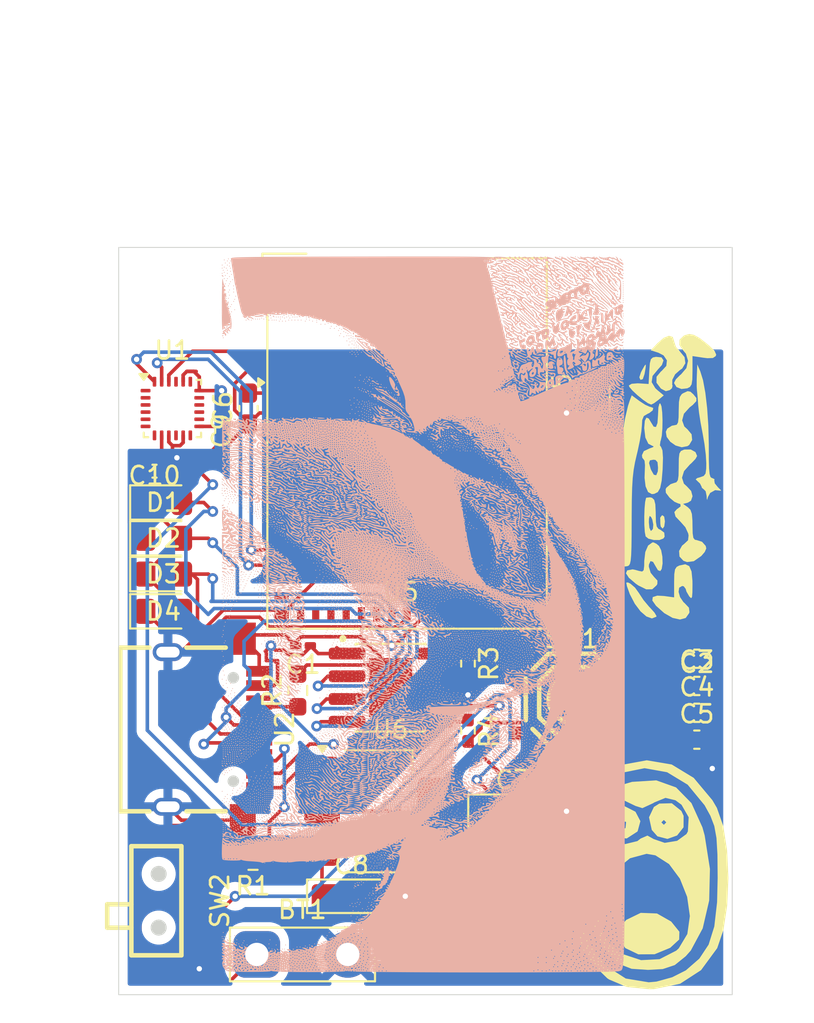
<source format=kicad_pcb>
(kicad_pcb (version 20240108) (generator "pcbnew") (generator_version "8.0")
  (layers (0 "F.Cu" signal) (31 "B.Cu" signal) (34 "B.Paste" user) (35 "F.Paste" user) (36 "B.SilkS" user "B.Silkscreen") (37 "F.SilkS" user "F.Silkscreen") (38 "B.Mask" user) (39 "F.Mask" user) (44 "Edge.Cuts" user))
  (net 0 "")
  (net 1 "Net-(BT1-+)")
  (net 3 "GND")
  (net 4 "Bat+")
  (net 5 "SDA")
  (net 9 "Net-(U1-VDDIO)")
  (net 11 "+3.3V")
  (net 14 "SCL")
  (net 23 "Net-(U1-VDD)")
  (net 25 "+5V")
  (net 26 "D+")
  (net 32 "Net-(U5-EN)")
  (net 41 "D-")
  (net 64 "VBUS")
  (net 65 "Net-(U6-KEY)")
  (net 66 "Net-(U6-SW)")
  (net 67 "Net-(D1-K)")
  (net 68 "Net-(D1-A)")
  (net 69 "Net-(D3-A)")
  (net 70 "Net-(U2-CC2)")
  (net 71 "Net-(U2-CC1)")
  (net 74 "Net-(SW1-A)")
  (footprint "ProLib_pcs_2025-02-08:SW-SMD_4P-L5.1-W5.1-P3.70-LS6.5-TL_H1.5" (layer "F.Cu") (at 208.525 84.75)
    (property "Reference" "SW1")
    (property "Value" "~")
  )
  (footprint "Capacitor_SMD:C_0603_1608Metric_Pad1.08x0.95mm_HandSolder" (layer "F.Cu") (at 215.525 87)
    (property "Reference" "C5")
    (property "Value" "C - 22uF" (hide yes))
  )
  (footprint "Capacitor_Tantalum_SMD:CP_EIA-3216-18_Kemet-A_Pad1.58x1.35mm_HandSolder" (layer "F.Cu") (at 196.25 95.75)
    (property "Reference" "C8")
    (property "Value" "C_Polarized - 10uF Tantalum")
  )
  (footprint "LED_SMD:LED_0805_2012Metric_Pad1.15x1.40mm_HandSolder" (layer "F.Cu") (at 185.75 79.83)
    (property "Reference" "D4")
    (property "Value" "LED" (hide yes))
  )
  (footprint "ProLib_pcs_2025-02-08:USB-C-SMD_YTC-TC16S-24" (layer "F.Cu") (at 188.5475 86.43 -90)
    (property "Reference" "U2")
    (property "Value" "~")
    (fp_poly (pts (xy -2.565 -1.102) (xy -2.5846 -1.213157) (xy -2.641036 -1.310906) (xy -2.7275 -1.383458) (xy -2.833564 -1.422063) (xy -2.946436 -1.422063) (xy -3.0525 -1.383458) (xy -3.138964 -1.310906) (xy -3.1954 -1.213157) (xy -3.215 -1.102) (xy -3.1954 -0.990843) (xy -3.138964 -0.893094) (xy -3.0525 -0.820542) (xy -2.946436 -0.781937) (xy -2.833564 -0.781937) (xy -2.7275 -0.820542) (xy -2.641036 -0.893094) (xy -2.5846 -0.990843)) (fill solid) (layer "Edge.Cuts"))
    (fp_poly (pts (xy 3.215 -1.1025) (xy 3.1954 -1.213657) (xy 3.138964 -1.311406) (xy 3.0525 -1.383958) (xy 2.946436 -1.422563) (xy 2.833564 -1.422563) (xy 2.7275 -1.383958) (xy 2.641036 -1.311406) (xy 2.5846 -1.213657) (xy 2.565 -1.1025) (xy 2.5846 -0.991343) (xy 2.641036 -0.893594) (xy 2.7275 -0.821042) (xy 2.833564 -0.782437) (xy 2.946436 -0.782437) (xy 3.0525 -0.821042) (xy 3.138964 -0.893594) (xy 3.1954 -0.991343)) (fill solid) (layer "Edge.Cuts"))
  )
  (footprint "TestPoint:TestPoint_2Pads_Pitch5.08mm_Drill1.3mm" (layer "F.Cu") (at 190.96 99)
    (property "Reference" "BT1")
    (property "Value" "Battery_Cell")
  )
  (footprint "Resistor_SMD:R_0402_1005Metric_Pad0.72x0.64mm_HandSolder" (layer "F.Cu") (at 202.75 82.75 -90)
    (property "Reference" "R3")
    (property "Value" "R - 100kΩ")
  )
  (footprint "IP5306:SOIC9P127_490X600X170L84X42T330X241N" (layer "F.Cu") (at 198.43 84.095)
    (property "Reference" "U6")
    (property "Value" "IP5306")
  )
  (footprint "Capacitor_SMD:C_0402_1005Metric_Pad0.74x0.62mm_HandSolder" (layer "F.Cu") (at 189 69.75 90)
    (property "Reference" "C9")
    (property "Value" "C - 0.1µF")
  )
  (footprint "RF_Module:ESP32-S2-MINI-1" (layer "F.Cu") (at 199.35 70.45)
    (property "Reference" "U5")
    (property "Value" "ESP32-S3-MINI-1")
  )
  (footprint "Capacitor_SMD:C_0402_1005Metric_Pad0.74x0.62mm_HandSolder" (layer "F.Cu") (at 185.25 72)
    (property "Reference" "C10")
    (property "Value" "C - 0.1µF")
  )
  (footprint "Resistor_SMD:R_0603_1608Metric_Pad0.98x0.95mm_HandSolder" (layer "F.Cu") (at 190.75 93.75 180)
    (property "Reference" "R1")
    (property "Value" "R - 5.1kΩ")
  )
  (footprint "Resistor_SMD:R_0603_1608Metric_Pad0.98x0.95mm_HandSolder" (layer "F.Cu") (at 193.25 84.25 90)
    (property "Reference" "R2")
    (property "Value" "R - 5.1kΩ")
  )
  (footprint "Sensor_Motion:InvenSense_QFN-24_3x3mm_P0.4mm" (layer "F.Cu") (at 186.25 68.5)
    (property "Reference" "U1")
    (property "Value" "ICM-20948")
  )
  (footprint "ProLib_pcs_2025-02-07:SW-SMD_3P-P1.50_L2.7-W6.6" (layer "F.Cu") (at 185.941 96 -90)
    (property "Reference" "SW2")
    (property "Value" "~")
    (fp_poly (pts (xy -1.05 0.459) (xy -1.068228 0.33222) (xy -1.121436 0.215712) (xy -1.205313 0.118913) (xy -1.313063 0.049666) (xy -1.435958 0.01358) (xy -1.564042 0.01358) (xy -1.686937 0.049666) (xy -1.794687 0.118913) (xy -1.878564 0.215712) (xy -1.931772 0.33222) (xy -1.95 0.459) (xy -1.931772 0.58578) (xy -1.878564 0.702288) (xy -1.794687 0.799087) (xy -1.686937 0.868334) (xy -1.564042 0.90442) (xy -1.435958 0.90442) (xy -1.313063 0.868334) (xy -1.205313 0.799087) (xy -1.121436 0.702288) (xy -1.068228 0.58578)) (fill solid) (layer "Edge.Cuts"))
    (fp_poly (pts (xy 1.95 0.459) (xy 1.931772 0.33222) (xy 1.878564 0.215712) (xy 1.794687 0.118913) (xy 1.686937 0.049666) (xy 1.564042 0.01358) (xy 1.435958 0.01358) (xy 1.313063 0.049666) (xy 1.205313 0.118913) (xy 1.121436 0.215712) (xy 1.068228 0.33222) (xy 1.05 0.459) (xy 1.068228 0.58578) (xy 1.121436 0.702288) (xy 1.205313 0.799087) (xy 1.313063 0.868334) (xy 1.435958 0.90442) (xy 1.564042 0.90442) (xy 1.686937 0.868334) (xy 1.794687 0.799087) (xy 1.878564 0.702288) (xy 1.931772 0.58578)) (fill solid) (layer "Edge.Cuts"))
  )
  (footprint "Resistor_SMD:R_1206_3216Metric_Pad1.30x1.75mm_HandSolder" (layer "F.Cu") (at 209.75 68 -90)
    (property "Reference" "R5")
    (property "Value" "R - 10kΩ")
  )
  (footprint "Capacitor_SMD:C_0603_1608Metric_Pad1.08x0.95mm_HandSolder" (layer "F.Cu") (at 215.525 84)
    (property "Reference" "C3")
    (property "Value" "C - 22uF" (hide yes))
  )
  (footprint "Capacitor_Tantalum_SMD:CP_EIA-3216-18_Kemet-A_Pad1.58x1.35mm_HandSolder" (layer "F.Cu") (at 205.25 91)
    (property "Reference" "C7")
    (property "Value" "C_Polarized -  10uF -  Tantalum Covers")
  )
  (footprint "LED_SMD:LED_0805_2012Metric_Pad1.15x1.40mm_HandSolder" (layer "F.Cu") (at 185.75 73.75)
    (property "Reference" "D1")
    (property "Value" "LED" (hide yes))
  )
  (footprint "LED_SMD:LED_0805_2012Metric_Pad1.15x1.40mm_HandSolder" (layer "F.Cu") (at 185.75 75.75)
    (property "Reference" "D2")
    (property "Value" "LED" (hide yes))
  )
  (footprint "LOGO" (layer "F.Cu") (at 214 72 90)
    (property "Reference" "G***" (hide yes))
    (property "Value" "LOGO" (hide yes))
  )
  (footprint "Capacitor_SMD:C_0201_0603Metric_Pad0.64x0.40mm_HandSolder" (layer "F.Cu") (at 193.542038 81.75 180)
    (property "Reference" "C1")
    (property "Value" "C - 10uF")
  )
  (footprint "LOGO" (layer "F.Cu") (at 213 95)
    (property "Reference" "G***" (hide yes))
    (property "Value" "LOGO" (hide yes))
  )
  (footprint "Capacitor_SMD:C_0603_1608Metric_Pad1.08x0.95mm_HandSolder" (layer "F.Cu") (at 215.525 85.5)
    (property "Reference" "C4")
    (property "Value" "C - 22uF" (hide yes))
  )
  (footprint "Capacitor_SMD:C_0603_1608Metric_Pad1.08x0.95mm_HandSolder" (layer "F.Cu") (at 190.5 68.5 90)
    (property "Reference" "C6")
    (property "Value" "C - 22uF")
  )
  (footprint "LED_SMD:LED_0805_2012Metric_Pad1.15x1.40mm_HandSolder" (layer "F.Cu") (at 185.75 77.75)
    (property "Reference" "D3")
    (property "Value" "LED" (hide yes))
  )
  (footprint "Capacitor_SMD:C_0603_1608Metric_Pad1.08x0.95mm_HandSolder" (layer "F.Cu") (at 215.525 82.48)
    (property "Reference" "C2")
    (property "Value" "C - 22uF" (hide yes))
  )
  (footprint "Package_TO_SOT_SMD:SOT-223-3_TabPin2" (layer "F.Cu") (at 197.75 91)
    (property "Reference" "U4")
    (property "Value" "AMS1117-3.3")
  )
  (footprint "Resistor_SMD:R_0402_1005Metric_Pad0.72x0.64mm_HandSolder" (layer "F.Cu") (at 202.75 86.5 -90)
    (property "Reference" "R4")
    (property "Value" "R - 100kΩ")
  )
  (footprint "LOGO" (layer "B.Cu") (at 200.25 80 90)
    (property "Reference" "G***" (hide yes))
    (property "Value" "LOGO" (hide yes))
  )
  (gr_rect (start 183.25 59.5) (end 217.5 101.25) (stroke (width 0.05)) (fill none) (layer "Edge.Cuts"))
  (segment (start 187.5 93.75) (end 187.5 94.45) (width 0.2) (layer "F.Cu") (net 1))
  (segment (start 184.43658 98.40458) (end 185.782 99.75) (width 0.2) (layer "F.Cu") (net 1))
  (segment (start 184.43658 97.062116) (end 184.43658 98.40458) (width 0.2) (layer "F.Cu") (net 1))
  (segment (start 186.031348 95.467348) (end 184.43658 97.062116) (width 0.2) (layer "F.Cu") (net 1))
  (segment (start 185.782 99.75) (end 185.782 100.6) (width 0.2) (layer "F.Cu") (net 1))
  (segment (start 186.482652 95.467348) (end 186.031348 95.467348) (width 0.2) (layer "F.Cu") (net 1))
  (segment (start 189.36 100.6) (end 190.96 99) (width 0.2) (layer "F.Cu") (net 1))
  (segment (start 185.782 100.6) (end 189.36 100.6) (width 0.2) (layer "F.Cu") (net 1))
  (segment (start 187.5 94.45) (end 186.482652 95.467348) (width 0.2) (layer "F.Cu") (net 1))
  (segment (start 191.095 89.68) (end 192.32 89.68) (width 0.2) (layer "F.Cu") (net 3))
  (segment (start 193.434539 81.25) (end 196.739816 81.25) (width 0.2) (layer "F.Cu") (net 3))
  (segment (start 189.084314 79.76) (end 186.734314 82.11) (width 0.2) (layer "F.Cu") (net 3))
  (segment (start 186.675 70.575) (end 186.85 70.4) (width 0.2) (layer "F.Cu") (net 3))
  (segment (start 187.75 67.5) (end 189 67.5) (width 0.2) (layer "F.Cu") (net 3))
  (segment (start 197.6875 95.75) (end 199.25 95.75) (width 0.2) (layer "F.Cu") (net 3))
  (segment (start 192.35 80) (end 192.25 80) (width 0.2) (layer "F.Cu") (net 3))
  (segment (start 186.25364 71.00364) (end 186.5 71.25) (width 0.2) (layer "F.Cu") (net 3))
  (segment (start 187.05364 66.425) (end 187.575 66.425) (width 0.2) (layer "F.Cu") (net 3))
  (segment (start 190.18 81.36) (end 191.095 82.275) (width 0.2) (layer "F.Cu") (net 3))
  (segment (start 193.134538 81.75) (end 192.534538 81.15) (width 0.2) (layer "F.Cu") (net 3))
  (segment (start 206.35 68.75) (end 206.15 68.75) (width 0.2) (layer "F.Cu") (net 3))
  (segment (start 206.15 68.75) (end 205.65 68.25) (width 0.2) (layer "F.Cu") (net 3))
  (segment (start 193.25 83.3375) (end 193.7575 82.83) (width 0.2) (layer "F.Cu") (net 3))
  (segment (start 197.165 82.83) (end 198.43 84.095) (width 0.2) (layer "F.Cu") (net 3))
  (segment (start 216.3875 88.6125) (end 216.3875 87.75) (width 0.2) (layer "F.Cu") (net 3))
  (segment (start 197.6875 97.3525) (end 197.6875 95.75) (width 0.2) (layer "F.Cu") (net 3))
  (segment (start 216.3625 87.775) (end 216.3875 87.75) (width 0.2) (layer "F.Cu") (net 3))
  (segment (start 196.739816 81.25) (end 198.43 82.940184) (width 0.2) (layer "F.Cu") (net 3))
  (segment (start 186.734314 82.11) (end 186 82.11) (width 0.2) (layer "F.Cu") (net 3))
  (segment (start 184.03658 92.54542) (end 184.382 92.2) (width 0.2) (layer "F.Cu") (net 3))
  (segment (start 202.75 83.3475) (end 202.75 84.5) (width 0.2) (layer "F.Cu") (net 3))
  (segment (start 207.5125 88.6125) (end 216.3875 88.6125) (width 0.2) (layer "F.Cu") (net 3))
  (segment (start 205.525 86.625) (end 207.5125 88.6125) (width 0.2) (layer "F.Cu") (net 3))
  (segment (start 191.7625 67.6375) (end 192.35 67.05) (width 0.2) (layer "F.Cu") (net 3))
  (segment (start 184.382 99.8) (end 184.03658 99.45458) (width 0.2) (layer "F.Cu") (net 3))
  (segment (start 186 90.75) (end 186 91.618) (width 0.2) (layer "F.Cu") (net 3))
  (segment (start 201 71.2) (end 205.725 66.475) (width 0.2) (layer "F.Cu") (net 3))
  (segment (start 192.01 79.76) (end 189.084314 79.76) (width 0.2) (layer "F.Cu") (net 3))
  (segment (start 201 74.65) (end 201 71.35) (width 0.2) (layer "F.Cu") (net 3))
  (segment (start 184.382 92.2) (end 186.582 92.2) (width 0.2) (layer "F.Cu") (net 3))
  (segment (start 191.095 90.585) (end 191.095 89.68) (width 0.2) (layer "F.Cu") (net 3))
  (segment (start 197.7 71.35) (end 197.7 74.65) (width 0.2) (layer "F.Cu") (net 3))
  (segment (start 205.725 66.475) (end 206.2 66) (width 0.2) (layer "F.Cu") (net 3))
  (segment (start 190.18 91.5) (end 186.75 91.5) (width 0.2) (layer "F.Cu") (net 3))
  (segment (start 216.3875 87.75) (end 216.3875 87) (width 0.2) (layer "F.Cu") (net 3))
  (segment (start 184.03658 99.45458) (end 184.03658 92.54542) (width 0.2) (layer "F.Cu") (net 3))
  (segment (start 206.6875 91) (end 208.25 91) (width 0.2) (layer "F.Cu") (net 3))
  (segment (start 186.85 70.4) (end 186.85 70) (width 0.2) (layer "F.Cu") (net 3))
  (segment (start 192.35 67.05) (end 192.35 67.5) (width 0.2) (layer "F.Cu") (net 3))
  (segment (start 186.25364 70.575) (end 186.25364 71.00364) (width 0.2) (layer "F.Cu") (net 3))
  (segment (start 189.8375 91.8425) (end 190.18 91.5) (width 0.2) (layer "F.Cu") (net 3))
  (segment (start 201 71.35) (end 201 71.2) (width 0.2) (layer "F.Cu") (net 3))
  (segment (start 206.35 68.75) (end 208.25 68.75) (width 0.2) (layer "F.Cu") (net 3))
  (segment (start 190.5 67.6375) (end 191.7625 67.6375) (width 0.2) (layer "F.Cu") (net 3))
  (segment (start 198.43 85.945) (end 195.675 88.7) (width 0.2) (layer "F.Cu") (net 3))
  (segment (start 187.75 99.8) (end 186.582 99.8) (width 0.2) (layer "F.Cu") (net 3))
  (segment (start 193.3 88.7) (end 194.6 88.7) (width 0.2) (layer "F.Cu") (net 3))
  (segment (start 192.35 67.5) (end 192.35 66) (width 0.2) (layer "F.Cu") (net 3))
  (segment (start 186.75 91.5) (end 186 90.75) (width 0.2) (layer "F.Cu") (net 3))
  (segment (start 198.43 82.940184) (end 198.43 84.095) (width 0.2) (layer "F.Cu") (net 3))
  (segment (start 187.75 66.72864) (end 187.44636 66.425) (width 0.2) (layer "F.Cu") (net 3))
  (segment (start 205.65 68.25) (end 205.65 66.55) (width 0.2) (layer "F.Cu") (net 3))
  (segment (start 190.39 81.15) (end 190.18 81.36) (width 0.2) (layer "F.Cu") (net 3))
  (segment (start 191.095 82.275) (end 191.095 83.18) (width 0.2) (layer "F.Cu") (net 3))
  (segment (start 186.25364 70.575) (end 186.675 70.575) (width 0.2) (layer "F.Cu") (net 3))
  (segment (start 187.05364 66.425) (end 186.85 66.62864) (width 0.2) (layer "F.Cu") (net 3))
  (segment (start 187.75 67.5) (end 187.75 66.72864) (width 0.2) (layer "F.Cu") (net 3))
  (segment (start 193.134538 81.550001) (end 193.434539 81.25) (width 0.2) (layer "F.Cu") (net 3))
  (segment (start 186 91.618) (end 186.582 92.2) (width 0.2) (layer "F.Cu") (net 3))
  (segment (start 192.534538 81.15) (end 190.39 81.15) (width 0.2) (layer "F.Cu") (net 3))
  (segment (start 206.2 66) (end 206.35 66) (width 0.2) (layer "F.Cu") (net 3))
  (segment (start 186.85 66.62864) (end 186.85 67) (width 0.2) (layer "F.Cu") (net 3))
  (segment (start 201 71.35) (end 197.7 71.35) (width 0.2) (layer "F.Cu") (net 3))
  (segment (start 192.25 80) (end 192.01 79.76) (width 0.2) (layer "F.Cu") (net 3))
  (segment (start 192.35 80) (end 197.7 74.65) (width 0.2) (layer "F.Cu") (net 3))
  (segment (start 216.3875 82.48) (end 216.3875 87) (width 0.2) (layer "F.Cu") (net 3))
  (segment (start 189.8375 93.75) (end 189.8375 91.8425) (width 0.2) (layer "F.Cu") (net 3))
  (segment (start 196.04 99) (end 197.6875 97.3525) (width 0.2) (layer "F.Cu") (net 3))
  (segment (start 193.7575 82.83) (end 197.165 82.83) (width 0.2) (layer "F.Cu") (net 3))
  (segment (start 197.7 74.65) (end 201 74.65) (width 0.2) (layer "F.Cu") (net 3))
  (segment (start 198.43 84.095) (end 198.43 85.945) (width 0.2) (layer "F.Cu") (net 3))
  (segment (start 186.05 70) (end 186.05 70.37136) (width 0.2) (layer "F.Cu") (net 3))
  (segment (start 192.32 89.68) (end 193.3 88.7) (width 0.2) (layer "F.Cu") (net 3))
  (segment (start 192.35 66) (end 206.35 66) (width 0.2) (layer "F.Cu") (net 3))
  (segment (start 197.7 71.35) (end 192.35 66) (width 0.2) (layer "F.Cu") (net 3))
  (segment (start 201 74.65) (end 206.35 80) (width 0.2) (layer "F.Cu") (net 3))
  (segment (start 187.44636 66.425) (end 187.05364 66.425) (width 0.2) (layer "F.Cu") (net 3))
  (segment (start 199.35 74.65) (end 199.35 71.35) (width 0.2) (layer "F.Cu") (net 3))
  (segment (start 193.134538 81.75) (end 193.134538 81.550001) (width 0.2) (layer "F.Cu") (net 3))
  (segment (start 206.35 69.6) (end 206.35 68.75) (width 0.2) (layer "F.Cu") (net 3))
  (segment (start 192.35 67.5) (end 192.35 67.9) (width 0.2) (layer "F.Cu") (net 3))
  (segment (start 205.65 66.55) (end 205.725 66.475) (width 0.2) (layer "F.Cu") (net 3))
  (segment (start 190.18 91.5) (end 191.095 90.585) (width 0.2) (layer "F.Cu") (net 3))
  (segment (start 195.675 88.7) (end 194.6 88.7) (width 0.2) (layer "F.Cu") (net 3))
  (segment (start 197.7 73) (end 201 73) (width 0.2) (layer "F.Cu") (net 3))
  (segment (start 186.05 70.37136) (end 186.25364 70.575) (width 0.2) (layer "F.Cu") (net 3))
  (via (at 216.3875 88.6125) (size 0.6) (drill 0.3) (layers "F.Cu" "B.Cu") (net 3))
  (via (at 202.75 84.5) (size 0.6) (drill 0.3) (layers "F.Cu" "B.Cu") (net 3))
  (via (at 187.75 99.8) (size 0.6) (drill 0.3) (layers "F.Cu" "B.Cu") (net 3))
  (via (at 199.25 95.75) (size 0.6) (drill 0.3) (layers "F.Cu" "B.Cu") (net 3))
  (via (at 208.25 91) (size 0.6) (drill 0.3) (layers "F.Cu" "B.Cu") (net 3))
  (via (at 189 67.5) (size 0.6) (drill 0.3) (layers "F.Cu" "B.Cu") (net 3))
  (via (at 208.25 68.75) (size 0.6) (drill 0.3) (layers "F.Cu" "B.Cu") (net 3))
  (via (at 186.5 71.25) (size 0.6) (drill 0.3) (layers "F.Cu" "B.Cu") (net 3))
  (segment (start 200.98 85.1) (end 200.61 84.73) (width 0.2) (layer "F.Cu") (net 4))
  (segment (start 200.86 84.73) (end 201.23 85.1) (width 0.2) (layer "F.Cu") (net 4))
  (segment (start 187.5 96.75) (end 188.75 96.75) (width 0.2) (layer "F.Cu") (net 4))
  (segment (start 188.75 96.75) (end 189.75 95.75) (width 0.2) (layer "F.Cu") (net 4))
  (segment (start 201.23 85.1) (end 204.5 85.1) (width 0.2) (layer "F.Cu") (net 4))
  (via (at 189.75 95.75) (size 0.6) (drill 0.3) (layers "F.Cu" "B.Cu") (net 4))
  (via (at 204.5 85.1) (size 0.6) (drill 0.3) (layers "F.Cu" "B.Cu") (net 4))
  (segment (start 189.75 95.75) (end 193.85 95.75) (width 0.2) (layer "B.Cu") (net 4))
  (segment (start 193.85 95.75) (end 204.5 85.1) (width 0.2) (layer "B.Cu") (net 4))
  (segment (start 185.25 67) (end 184.25 66) (width 0.2) (layer "F.Cu") (net 5))
  (segment (start 190.65 76.4) (end 192.35 76.4) (width 0.2) (layer "F.Cu") (net 5))
  (segment (start 184.25 66) (end 184.25 65.75) (width 0.2) (layer "F.Cu") (net 5))
  (via (at 190.65 76.4) (size 0.6) (drill 0.3) (layers "F.Cu" "B.Cu") (net 5))
  (via (at 184.25 65.75) (size 0.6) (drill 0.3) (layers "F.Cu" "B.Cu") (net 5))
  (segment (start 184.25 65.75) (end 184.65 65.35) (width 0.2) (layer "B.Cu") (net 5))
  (segment (start 190.65 67.592892) (end 190.65 76.4) (width 0.2) (layer "B.Cu") (net 5))
  (segment (start 184.65 65.35) (end 188.407108 65.35) (width 0.2) (layer "B.Cu") (net 5))
  (segment (start 188.407108 65.35) (end 190.65 67.592892) (width 0.2) (layer "B.Cu") (net 5))
  (segment (start 185.65 71.0325) (end 184.6825 72) (width 0.2) (layer "F.Cu") (net 9))
  (segment (start 185.65 70) (end 185.65 71.0325) (width 0.2) (layer "F.Cu") (net 9))
  (segment (start 203.8125 91) (end 203.8125 89.8125) (width 0.2) (layer "F.Cu") (net 11))
  (segment (start 187.3175 72) (end 187.53375 71.78375) (width 0.2) (layer "F.Cu") (net 11))
  (segment (start 191.1125 68.75) (end 192.35 68.75) (width 0.2) (layer "F.Cu") (net 11))
  (segment (start 190.5 69.3625) (end 191.1125 68.75) (width 0.2) (layer "F.Cu") (net 11))
  (segment (start 189.725 68.5875) (end 189.725 67.108278) (width 0.2) (layer "F.Cu") (net 11))
  (segment (start 203.8125 89.8125) (end 203.25 89.25) (width 0.2) (layer "F.Cu") (net 11))
  (segment (start 186.05 66.62864) (end 187.37864 65.3) (width 0.2) (layer "F.Cu") (net 11))
  (segment (start 187.53375 71.78375) (end 189 70.3175) (width 0.2) (layer "F.Cu") (net 11))
  (segment (start 185.65 72.2175) (end 185.6825 72.25) (width 0.2) (layer "F.Cu") (net 11))
  (segment (start 189 70.3175) (end 189.545 70.3175) (width 0.2) (layer "F.Cu") (net 11))
  (segment (start 200.9 91) (end 203.8125 91) (width 0.2) (layer "F.Cu") (net 11))
  (segment (start 208.6 65.3) (end 209.75 66.45) (width 0.2) (layer "F.Cu") (net 11))
  (segment (start 190.5 69.3625) (end 189.725 68.5875) (width 0.2) (layer "F.Cu") (net 11))
  (segment (start 187.37864 65.3) (end 208.6 65.3) (width 0.2) (layer "F.Cu") (net 11))
  (segment (start 187.53375 71.78375) (end 188.5 72.75) (width 0.2) (layer "F.Cu") (net 11))
  (segment (start 189.545 70.3175) (end 190.5 69.3625) (width 0.2) (layer "F.Cu") (net 11))
  (segment (start 189.725 67.108278) (end 191.533278 65.3) (width 0.2) (layer "F.Cu") (net 11))
  (segment (start 194.6 91) (end 200.9 91) (width 0.2) (layer "F.Cu") (net 11))
  (segment (start 185.8175 72) (end 187.3175 72) (width 0.2) (layer "F.Cu") (net 11))
  (segment (start 186.05 67) (end 186.05 66.62864) (width 0.2) (layer "F.Cu") (net 11))
  (via (at 203.25 89.25) (size 0.6) (drill 0.3) (layers "F.Cu" "B.Cu") (net 11))
  (via (at 188.5 72.75) (size 0.6) (drill 0.3) (layers "F.Cu" "B.Cu") (net 11))
  (segment (start 197 91.75) (end 204.25 84.5) (width 0.2) (layer "B.Cu") (net 11))
  (segment (start 188.5 72.75) (end 184.85 76.4) (width 0.2) (layer "B.Cu") (net 11))
  (segment (start 204.25 84.5) (end 204.75 84.5) (width 0.2) (layer "B.Cu") (net 11))
  (segment (start 184.85 86.476371) (end 190.123629 91.75) (width 0.2) (layer "B.Cu") (net 11))
  (segment (start 184.85 76.4) (end 184.85 86.476371) (width 0.2) (layer "B.Cu") (net 11))
  (segment (start 190.123629 91.75) (end 197 91.75) (width 0.2) (layer "B.Cu") (net 11))
  (segment (start 205.1 87.4) (end 203.25 89.25) (width 0.2) (layer "B.Cu") (net 11))
  (segment (start 205.1 84.85) (end 205.1 87.4) (width 0.2) (layer "B.Cu") (net 11))
  (segment (start 204.75 84.5) (end 205.1 84.85) (width 0.2) (layer "B.Cu") (net 11))
  (segment (start 190.5 77.25) (end 192.35 77.25) (width 0.2) (layer "F.Cu") (net 14))
  (segment (start 185.65 66.199998) (end 185.65 67) (width 0.2) (layer "F.Cu") (net 14))
  (segment (start 185.400002 65.95) (end 185.65 66.199998) (width 0.2) (layer "F.Cu") (net 14))
  (via (at 185.400002 65.95) (size 0.6) (drill 0.3) (layers "F.Cu" "B.Cu") (net 14))
  (via (at 190.5 77.25) (size 0.6) (drill 0.3) (layers "F.Cu" "B.Cu") (net 14))
  (segment (start 185.600002 65.75) (end 188.241422 65.75) (width 0.2) (layer "B.Cu") (net 14))
  (segment (start 185.400002 65.95) (end 185.600002 65.75) (width 0.2) (layer "B.Cu") (net 14))
  (segment (start 188.241422 65.75) (end 190.05 67.558578) (width 0.2) (layer "B.Cu") (net 14))
  (segment (start 190.05 76.8) (end 190.5 77.25) (width 0.2) (layer "B.Cu") (net 14))
  (segment (start 190.05 67.558578) (end 190.05 76.8) (width 0.2) (layer "B.Cu") (net 14))
  (segment (start 189 69.1825) (end 188.6825 69.5) (width 0.2) (layer "F.Cu") (net 23))
  (segment (start 188.6825 69.5) (end 187.75 69.5) (width 0.2) (layer "F.Cu") (net 23))
  (segment (start 214.6625 87) (end 213.7125 86.05) (width 0.2) (layer "F.Cu") (net 25))
  (segment (start 204.9 89.2475) (end 204.9 91.659744) (width 0.2) (layer "F.Cu") (net 25))
  (segment (start 213.6775 81.495) (end 214.6625 82.48) (width 0.2) (layer "F.Cu") (net 25))
  (segment (start 203.259744 93.3) (end 194.6 93.3) (width 0.2) (layer "F.Cu") (net 25))
  (segment (start 203.475 86.05) (end 203.475 86.3725) (width 0.2) (layer "F.Cu") (net 25))
  (segment (start 194.6 93.3) (end 194.6 95.5375) (width 0.2) (layer "F.Cu") (net 25))
  (segment (start 194.6 95.5375) (end 194.8125 95.75) (width 0.2) (layer "F.Cu") (net 25))
  (segment (start 202.75 87.0975) (end 204.9 89.2475) (width 0.2) (layer "F.Cu") (net 25))
  (segment (start 213.7125 86.05) (end 203.475 86.05) (width 0.2) (layer "F.Cu") (net 25))
  (segment (start 214.6625 82.48) (end 214.6625 87) (width 0.2) (layer "F.Cu") (net 25))
  (segment (start 201.555 81.495) (end 213.6775 81.495) (width 0.2) (layer "F.Cu") (net 25))
  (segment (start 203.475 86.3725) (end 202.75 87.0975) (width 0.2) (layer "F.Cu") (net 25))
  (segment (start 204.9 91.659744) (end 203.259744 93.3) (width 0.2) (layer "F.Cu") (net 25))
  (segment (start 200.86 82.19) (end 201.555 81.495) (width 0.2) (layer "F.Cu") (net 25))
  (segment (start 188.07 87.18) (end 191.095 87.18) (width 0.2) (layer "F.Cu") (net 26))
  (segment (start 200.2 80.2) (end 200.2 80) (width 0.2) (layer "F.Cu") (net 26))
  (segment (start 198.65 81.75) (end 200.2 80.2) (width 0.2) (layer "F.Cu") (net 26))
  (segment (start 188 87.25) (end 188.07 87.18) (width 0.2) (layer "F.Cu") (net 26))
  (segment (start 191.095 86.18) (end 189.68 86.18) (width 0.2) (layer "F.Cu") (net 26))
  (segment (start 198.5 81.75) (end 198.65 81.75) (width 0.2) (layer "F.Cu") (net 26))
  (segment (start 189.68 86.18) (end 189.25 85.75) (width 0.2) (layer "F.Cu") (net 26))
  (via (at 189.25 85.75) (size 0.6) (drill 0.3) (layers "F.Cu" "B.Cu") (net 26))
  (via (at 188 87.25) (size 0.6) (drill 0.3) (layers "F.Cu" "B.Cu") (net 26))
  (via (at 198.5 81.75) (size 0.6) (drill 0.3) (layers "F.Cu" "B.Cu") (net 26))
  (segment (start 197.127663 80.377663) (end 198.5 81.75) (width 0.2) (layer "B.Cu") (net 26))
  (segment (start 189.25 86) (end 189.25 85.75) (width 0.2) (layer "B.Cu") (net 26))
  (segment (start 188 87.25) (end 189.25 86) (width 0.2) (layer "B.Cu") (net 26))
  (segment (start 190.569563 83.930437) (end 190.569563 83.153664) (width 0.2) (layer "B.Cu") (net 26))
  (segment (start 190.569563 83.153664) (end 190.25 82.834101) (width 0.2) (layer "B.Cu") (net 26))
  (segment (start 190.25 81.5) (end 191.372337 80.377663) (width 0.2) (layer "B.Cu") (net 26))
  (segment (start 189.25 85.25) (end 190.569563 83.930437) (width 0.2) (layer "B.Cu") (net 26))
  (segment (start 191.372337 80.377663) (end 197.127663 80.377663) (width 0.2) (layer "B.Cu") (net 26))
  (segment (start 189.25 85.75) (end 189.25 85.25) (width 0.2) (layer "B.Cu") (net 26))
  (segment (start 190.25 82.834101) (end 190.25 81.5) (width 0.2) (layer "B.Cu") (net 26))
  (segment (start 209.75 68.9) (end 209.75 69.55) (width 0.2) (layer "F.Cu") (net 32))
  (segment (start 207.9 67.05) (end 209.75 68.9) (width 0.2) (layer "F.Cu") (net 32))
  (segment (start 206.35 67.05) (end 207.9 67.05) (width 0.2) (layer "F.Cu") (net 32))
  (segment (start 206.4 67) (end 206.35 67.05) (width 0.2) (layer "F.Cu") (net 32))
  (segment (start 198.85 80.7) (end 191.65 80.7) (width 0.2) (layer "F.Cu") (net 41))
  (segment (start 188.595 84.155) (end 190.12 85.68) (width 0.2) (layer "F.Cu") (net 41))
  (segment (start 191.11 80.16) (end 189.25 80.16) (width 0.2) (layer "F.Cu") (net 41))
  (segment (start 188.5 80.91) (end 188.5 84.06) (width 0.2) (layer "F.Cu") (net 41))
  (segment (start 191.65 80.7) (end 191.11 80.16) (width 0.2) (layer "F.Cu") (net 41))
  (segment (start 188.5 84.06) (end 188.595 84.155) (width 0.2) (layer "F.Cu") (net 41))
  (segment (start 188.93 86.68) (end 188 85.75) (width 0.2) (layer "F.Cu") (net 41))
  (segment (start 199.35 80.2) (end 198.85 80.7) (width 0.2) (layer "F.Cu") (net 41))
  (segment (start 190.12 85.68) (end 191.095 85.68) (width 0.2) (layer "F.Cu") (net 41))
  (segment (start 199.35 80) (end 199.35 80.2) (width 0.2) (layer "F.Cu") (net 41))
  (segment (start 188 85.75) (end 188 84.75) (width 0.2) (layer "F.Cu") (net 41))
  (segment (start 188 84.75) (end 188.595 84.155) (width 0.2) (layer "F.Cu") (net 41))
  (segment (start 189.25 80.16) (end 188.5 80.91) (width 0.2) (layer "F.Cu") (net 41))
  (segment (start 191.095 86.68) (end 188.93 86.68) (width 0.2) (layer "F.Cu") (net 41))
  (segment (start 191.495 82.58) (end 191.495 82.109315) (width 0.2) (layer "F.Cu") (net 64))
  (segment (start 192.498582 82.001418) (end 192.747164 82.25) (width 0.2) (layer "F.Cu") (net 64))
  (segment (start 193.520494 82.25) (end 193.949538 81.820956) (width 0.2) (layer "F.Cu") (net 64))
  (segment (start 192.747164 82.25) (end 193.520494 82.25) (width 0.2) (layer "F.Cu") (net 64))
  (segment (start 192.280686 88.88) (end 193.910686 87.25) (width 0.2) (layer "F.Cu") (net 64))
  (segment (start 191.92 83.98) (end 192.12 83.78) (width 0.2) (layer "F.Cu") (net 64))
  (segment (start 191.095 88.88) (end 192.280686 88.88) (width 0.2) (layer "F.Cu") (net 64))
  (segment (start 194.389538 82.19) (end 193.949538 81.75) (width 0.2) (layer "F.Cu") (net 64))
  (segment (start 195.425381 81.865381) (end 195.75 82.19) (width 0.2) (layer "F.Cu") (net 64))
  (segment (start 192.12 82.75) (end 192.12 82.58) (width 0.2) (layer "F.Cu") (net 64))
  (segment (start 196 82.19) (end 194.389538 82.19) (width 0.2) (layer "F.Cu") (net 64))
  (segment (start 192.001418 82.001418) (end 192.498582 82.001418) (width 0.2) (layer "F.Cu") (net 64))
  (segment (start 191.095 83.98) (end 191.92 83.98) (width 0.2) (layer "F.Cu") (net 64))
  (segment (start 193.949538 81.820956) (end 193.949538 81.75) (width 0.2) (layer "F.Cu") (net 64))
  (segment (start 191.75 81.75) (end 192.001418 82.001418) (width 0.2) (layer "F.Cu") (net 64))
  (segment (start 191.495 82.109315) (end 191.442843 82.057157) (width 0.2) (layer "F.Cu") (net 64))
  (segment (start 191.442843 82.057157) (end 191.75 81.75) (width 0.2) (layer "F.Cu") (net 64))
  (segment (start 191.95 82.58) (end 191.495 82.58) (width 0.2) (layer "F.Cu") (net 64))
  (segment (start 193.910686 87.25) (end 195.25 87.25) (width 0.2) (layer "F.Cu") (net 64))
  (segment (start 192.12 83.78) (end 192.12 82.75) (width 0.2) (layer "F.Cu") (net 64))
  (segment (start 193.949538 81.794425) (end 193.949538 81.865381) (width 0.2) (layer "F.Cu") (net 64))
  (segment (start 192.12 82.75) (end 191.95 82.58) (width 0.2) (layer "F.Cu") (net 64))
  (via (at 195.25 87.25) (size 0.6) (drill 0.3) (layers "F.Cu" "B.Cu") (net 64))
  (via (at 191.75 81.75) (size 0.6) (drill 0.3) (layers "F.Cu" "B.Cu") (net 64))
  (segment (start 191.75 84.539758) (end 194.460242 87.25) (width 0.2) (layer "B.Cu") (net 64))
  (segment (start 191.75 81.75) (end 191.75 84.539758) (width 0.2) (layer "B.Cu") (net 64))
  (segment (start 194.460242 87.25) (end 195.25 87.25) (width 0.2) (layer "B.Cu") (net 64))
  (segment (start 200.86 86) (end 202.6525 86) (width 0.2) (layer "F.Cu") (net 65))
  (segment (start 202.6525 86) (end 202.75 85.9025) (width 0.2) (layer "F.Cu") (net 65))
  (segment (start 200.7075 85.9025) (end 200.61 86) (width 0.2) (layer "F.Cu") (net 65))
  (segment (start 204.2025 82.1525) (end 204.55 82.5) (width 0.2) (layer "F.Cu") (net 66))
  (segment (start 194.544599 86) (end 196 86) (width 0.2) (layer "F.Cu") (net 67))
  (segment (start 184.725 77.78) (end 186.775 79.83) (width 0.2) (layer "F.Cu") (net 67))
  (segment (start 186.775 75.75) (end 188.25 75.75) (width 0.2) (layer "F.Cu") (net 67))
  (segment (start 186.725 75.75) (end 184.725 77.75) (width 0.2) (layer "F.Cu") (net 67))
  (segment (start 184.725 77.75) (end 184.725 77.78) (width 0.2) (layer "F.Cu") (net 67))
  (segment (start 184.725 73.75) (end 184.775 73.75) (width 0.2) (layer "F.Cu") (net 67))
  (segment (start 186.775 75.75) (end 186.725 75.75) (width 0.2) (layer "F.Cu") (net 67))
  (segment (start 194.301685 86.242914) (end 194.544599 86) (width 0.2) (layer "F.Cu") (net 67))
  (segment (start 188.25 75.75) (end 188.5 76) (width 0.2) (layer "F.Cu") (net 67))
  (segment (start 184.775 73.75) (end 186.775 75.75) (width 0.2) (layer "F.Cu") (net 67))
  (via (at 194.301685 86.242914) (size 0.6) (drill 0.3) (layers "F.Cu" "B.Cu") (net 67))
  (via (at 188.5 76) (size 0.6) (drill 0.3) (layers "F.Cu" "B.Cu") (net 67))
  (segment (start 199.9 82.3299) (end 199.9 81.018628) (width 0.2) (layer "B.Cu") (net 67))
  (segment (start 197.754908 78.873536) (end 189.876464 78.873536) (width 0.2) (layer "B.Cu") (net 67))
  (segment (start 189.876464 78.873536) (end 189.876464 77.376464) (width 0.2) (layer "B.Cu") (net 67))
  (segment (start 195.986986 86.242914) (end 199.9 82.3299) (width 0.2) (layer "B.Cu") (net 67))
  (segment (start 199.9 81.018628) (end 197.754908 78.873536) (width 0.2) (layer "B.Cu") (net 67))
  (segment (start 189.876464 77.376464) (end 188.5 76) (width 0.2) (layer "B.Cu") (net 67))
  (segment (start 194.301685 86.242914) (end 195.986986 86.242914) (width 0.2) (layer "B.Cu") (net 67))
  (segment (start 194.921846 83.46) (end 196 83.46) (width 0.2) (layer "F.Cu") (net 68))
  (segment (start 184 72.75) (end 183.85 72.9) (width 0.2) (layer "F.Cu") (net 68))
  (segment (start 194.381846 84) (end 194.921846 83.46) (width 0.2) (layer "F.Cu") (net 68))
  (segment (start 186.775 73.75) (end 188 73.75) (width 0.2) (layer "F.Cu") (net 68))
  (segment (start 188 73.75) (end 188.5 74.25) (width 0.2) (layer "F.Cu") (net 68))
  (segment (start 186.775 73.75) (end 185.775 72.75) (width 0.2) (layer "F.Cu") (net 68))
  (segment (start 183.85 72.9) (end 183.85 74.875) (width 0.2) (layer "F.Cu") (net 68))
  (segment (start 185.775 72.75) (end 184 72.75) (width 0.2) (layer "F.Cu") (net 68))
  (segment (start 183.85 74.875) (end 184.725 75.75) (width 0.2) (layer "F.Cu") (net 68))
  (via (at 194.381846 84) (size 0.6) (drill 0.3) (layers "F.Cu" "B.Cu") (net 68))
  (via (at 188.5 74.25) (size 0.6) (drill 0.3) (layers "F.Cu" "B.Cu") (net 68))
  (segment (start 196.195873 79.673536) (end 188.576464 79.673536) (width 0.2) (layer "B.Cu") (net 68))
  (segment (start 199.1 81.35) (end 197.727663 79.977663) (width 0.2) (layer "B.Cu") (net 68))
  (segment (start 197.727663 79.977663) (end 196.5 79.977663) (width 0.2) (layer "B.Cu") (net 68))
  (segment (start 199.1 81.998529) (end 199.1 81.35) (width 0.2) (layer "B.Cu") (net 68))
  (segment (start 188 74.25) (end 188.5 74.25) (width 0.2) (layer "B.Cu") (net 68))
  (segment (start 194.381846 84) (end 197.098529 84) (width 0.2) (layer "B.Cu") (net 68))
  (segment (start 188.576464 79.673536) (end 188.25 80) (width 0.2) (layer "B.Cu") (net 68))
  (segment (start 187 75.25) (end 188 74.25) (width 0.2) (layer "B.Cu") (net 68))
  (segment (start 196.5 79.977663) (end 196.195873 79.673536) (width 0.2) (layer "B.Cu") (net 68))
  (segment (start 188.25 80) (end 187 78.75) (width 0.2) (layer "B.Cu") (net 68))
  (segment (start 197.098529 84) (end 199.1 81.998529) (width 0.2) (layer "B.Cu") (net 68))
  (segment (start 187 78.75) (end 187 75.25) (width 0.2) (layer "B.Cu") (net 68))
  (segment (start 187.35 77.75) (end 187.65 78.05) (width 0.2) (layer "F.Cu") (net 69))
  (segment (start 194.854067 84.73) (end 196 84.73) (width 0.2) (layer "F.Cu") (net 69))
  (segment (start 185.725 80.83) (end 184.725 79.83) (width 0.2) (layer "F.Cu") (net 69))
  (segment (start 187.65 80.514744) (end 187.334744 80.83) (width 0.2) (layer "F.Cu") (net 69))
  (segment (start 194.319999 85.264068) (end 194.854067 84.73) (width 0.2) (layer "F.Cu") (net 69))
  (segment (start 187.334744 80.83) (end 185.725 80.83) (width 0.2) (layer "F.Cu") (net 69))
  (segment (start 187.65 78.05) (end 187.65 80.514744) (width 0.2) (layer "F.Cu") (net 69))
  (segment (start 186.775 77.75) (end 188.25 77.75) (width 0.2) (layer "F.Cu") (net 69))
  (segment (start 186.775 77.75) (end 187.35 77.75) (width 0.2) (layer "F.Cu") (net 69))
  (segment (start 188.25 77.75) (end 188.5 78) (width 0.2) (layer "F.Cu") (net 69))
  (via (at 194.319999 85.264068) (size 0.6) (drill 0.3) (layers "F.Cu" "B.Cu") (net 69))
  (via (at 188.5 78) (size 0.6) (drill 0.3) (layers "F.Cu" "B.Cu") (net 69))
  (segment (start 188.410779 79.273536) (end 188.5 79.184315) (width 0.2) (layer "B.Cu") (net 69))
  (segment (start 194.319999 85.264068) (end 196.400146 85.264068) (width 0.2) (layer "B.Cu") (net 69))
  (segment (start 199.5 82.164214) (end 199.5 81.184314) (width 0.2) (layer "B.Cu") (net 69))
  (segment (start 199.5 81.184314) (end 197.589222 79.273536) (width 0.2) (layer "B.Cu") (net 69))
  (segment (start 197.589222 79.273536) (end 188.410779 79.273536) (width 0.2) (layer "B.Cu") (net 69))
  (segment (start 188.5 79.184315) (end 188.5 78) (width 0.2) (layer "B.Cu") (net 69))
  (segment (start 196.400146 85.264068) (end 199.5 82.164214) (width 0.2) (layer "B.Cu") (net 69))
  (segment (start 192.5 87.7) (end 192.5 87.5) (width 0.2) (layer "F.Cu") (net 70))
  (segment (start 191.6625 93.75) (end 191.6625 91.5875) (width 0.2) (layer "F.Cu") (net 70))
  (segment (start 191.095 88.18) (end 192.02 88.18) (width 0.2) (layer "F.Cu") (net 70))
  (segment (start 192.02 88.18) (end 192.5 87.7) (width 0.2) (layer "F.Cu") (net 70))
  (segment (start 191.6625 91.5875) (end 192 91.25) (width 0.2) (layer "F.Cu") (net 70))
  (segment (start 192 91.25) (end 192.5 90.75) (width 0.2) (layer "F.Cu") (net 70))
  (via (at 192.5 87.5) (size 0.6) (drill 0.3) (layers "F.Cu" "B.Cu") (net 70))
  (via (at 192.5 90.75) (size 0.6) (drill 0.3) (layers "F.Cu" "B.Cu") (net 70))
  (segment (start 192.5 87.5) (end 192.5 90.75) (width 0.2) (layer "B.Cu") (net 70))
  (segment (start 191.1125 85.1625) (end 191.095 85.18) (width 0.2) (layer "F.Cu") (net 71))
  (segment (start 193.25 85.1625) (end 191.1125 85.1625) (width 0.2) (layer "F.Cu") (net 71))
  (segment (start 201.4425 83.46) (end 200.61 83.46) (width 0.2) (layer "F.Cu") (net 74))
  (segment (start 205.5 82.9) (end 203.4975 82.9) (width 0.2) (layer "F.Cu") (net 74))
  (segment (start 205.525 82.875) (end 205.5 82.9) (width 0.2) (layer "F.Cu") (net 74))
  (segment (start 203.4975 82.9) (end 202.75 82.1525) (width 0.2) (layer "F.Cu") (net 74))
  (segment (start 200.86 83.46) (end 201.4425 83.46) (width 0.2) (layer "F.Cu") (net 74))
  (segment (start 201.4425 83.46) (end 202.75 82.1525) (width 0.2) (layer "F.Cu") (net 74))
  (zone (net 3) (net_name "GND") (layer "B.Cu") (connect_pads (clearance 0.5)) (min_thickness 0.25) (fill yes (thermal_gap 0.5) (thermal_bridge_width 0.5))
    (polygon (pts (xy 217.5 101.25) (xy 183.25 101.25) (xy 183.25 59.5) (xy 217.5 59.5)))
  )
  (zone (net 0) (net_name "") (layers "B.Cu" "Edge.Cuts") (connect_pads (clearance 0)) (min_thickness 0.25)
    (keepout (tracks not_allowed) (vias not_allowed) (pads not_allowed) (copperpour not_allowed) (footprints not_allowed))
    (fill (thermal_gap 0.5) (thermal_bridge_width 0.5))
    (polygon (pts (xy 183.85 66.25) (xy 188.6 66.25) (xy 188.6 70.75) (xy 183.85 70.75)))
  )
)
</source>
